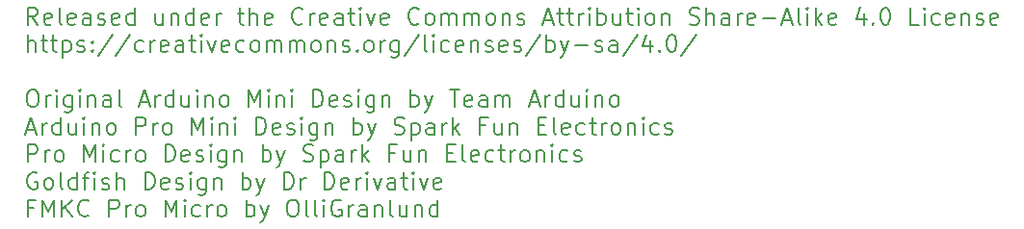
<source format=gbr>
G04 #@! TF.GenerationSoftware,KiCad,Pcbnew,(5.99.0-11424-g2f41dd4074)*
G04 #@! TF.CreationDate,2021-09-18T21:26:06+03:00*
G04 #@! TF.ProjectId,goldfish,676f6c64-6669-4736-982e-6b696361645f,C*
G04 #@! TF.SameCoordinates,Original*
G04 #@! TF.FileFunction,OtherDrawing,Comment*
%FSLAX46Y46*%
G04 Gerber Fmt 4.6, Leading zero omitted, Abs format (unit mm)*
G04 Created by KiCad (PCBNEW (5.99.0-11424-g2f41dd4074)) date 2021-09-18 21:26:06*
%MOMM*%
%LPD*%
G01*
G04 APERTURE LIST*
%ADD10C,0.200000*%
G04 APERTURE END LIST*
D10*
X16344285Y-175226071D02*
X15844285Y-174511785D01*
X15487142Y-175226071D02*
X15487142Y-173726071D01*
X16058571Y-173726071D01*
X16201428Y-173797500D01*
X16272857Y-173868928D01*
X16344285Y-174011785D01*
X16344285Y-174226071D01*
X16272857Y-174368928D01*
X16201428Y-174440357D01*
X16058571Y-174511785D01*
X15487142Y-174511785D01*
X17558571Y-175154642D02*
X17415714Y-175226071D01*
X17130000Y-175226071D01*
X16987142Y-175154642D01*
X16915714Y-175011785D01*
X16915714Y-174440357D01*
X16987142Y-174297500D01*
X17130000Y-174226071D01*
X17415714Y-174226071D01*
X17558571Y-174297500D01*
X17630000Y-174440357D01*
X17630000Y-174583214D01*
X16915714Y-174726071D01*
X18487142Y-175226071D02*
X18344285Y-175154642D01*
X18272857Y-175011785D01*
X18272857Y-173726071D01*
X19630000Y-175154642D02*
X19487142Y-175226071D01*
X19201428Y-175226071D01*
X19058571Y-175154642D01*
X18987142Y-175011785D01*
X18987142Y-174440357D01*
X19058571Y-174297500D01*
X19201428Y-174226071D01*
X19487142Y-174226071D01*
X19630000Y-174297500D01*
X19701428Y-174440357D01*
X19701428Y-174583214D01*
X18987142Y-174726071D01*
X20987142Y-175226071D02*
X20987142Y-174440357D01*
X20915714Y-174297500D01*
X20772857Y-174226071D01*
X20487142Y-174226071D01*
X20344285Y-174297500D01*
X20987142Y-175154642D02*
X20844285Y-175226071D01*
X20487142Y-175226071D01*
X20344285Y-175154642D01*
X20272857Y-175011785D01*
X20272857Y-174868928D01*
X20344285Y-174726071D01*
X20487142Y-174654642D01*
X20844285Y-174654642D01*
X20987142Y-174583214D01*
X21630000Y-175154642D02*
X21772857Y-175226071D01*
X22058571Y-175226071D01*
X22201428Y-175154642D01*
X22272857Y-175011785D01*
X22272857Y-174940357D01*
X22201428Y-174797500D01*
X22058571Y-174726071D01*
X21844285Y-174726071D01*
X21701428Y-174654642D01*
X21630000Y-174511785D01*
X21630000Y-174440357D01*
X21701428Y-174297500D01*
X21844285Y-174226071D01*
X22058571Y-174226071D01*
X22201428Y-174297500D01*
X23487142Y-175154642D02*
X23344285Y-175226071D01*
X23058571Y-175226071D01*
X22915714Y-175154642D01*
X22844285Y-175011785D01*
X22844285Y-174440357D01*
X22915714Y-174297500D01*
X23058571Y-174226071D01*
X23344285Y-174226071D01*
X23487142Y-174297500D01*
X23558571Y-174440357D01*
X23558571Y-174583214D01*
X22844285Y-174726071D01*
X24844285Y-175226071D02*
X24844285Y-173726071D01*
X24844285Y-175154642D02*
X24701428Y-175226071D01*
X24415714Y-175226071D01*
X24272857Y-175154642D01*
X24201428Y-175083214D01*
X24130000Y-174940357D01*
X24130000Y-174511785D01*
X24201428Y-174368928D01*
X24272857Y-174297500D01*
X24415714Y-174226071D01*
X24701428Y-174226071D01*
X24844285Y-174297500D01*
X27344285Y-174226071D02*
X27344285Y-175226071D01*
X26701428Y-174226071D02*
X26701428Y-175011785D01*
X26772857Y-175154642D01*
X26915714Y-175226071D01*
X27130000Y-175226071D01*
X27272857Y-175154642D01*
X27344285Y-175083214D01*
X28058571Y-174226071D02*
X28058571Y-175226071D01*
X28058571Y-174368928D02*
X28130000Y-174297500D01*
X28272857Y-174226071D01*
X28487142Y-174226071D01*
X28630000Y-174297500D01*
X28701428Y-174440357D01*
X28701428Y-175226071D01*
X30058571Y-175226071D02*
X30058571Y-173726071D01*
X30058571Y-175154642D02*
X29915714Y-175226071D01*
X29629999Y-175226071D01*
X29487142Y-175154642D01*
X29415714Y-175083214D01*
X29344285Y-174940357D01*
X29344285Y-174511785D01*
X29415714Y-174368928D01*
X29487142Y-174297500D01*
X29629999Y-174226071D01*
X29915714Y-174226071D01*
X30058571Y-174297500D01*
X31344285Y-175154642D02*
X31201428Y-175226071D01*
X30915714Y-175226071D01*
X30772857Y-175154642D01*
X30701428Y-175011785D01*
X30701428Y-174440357D01*
X30772857Y-174297500D01*
X30915714Y-174226071D01*
X31201428Y-174226071D01*
X31344285Y-174297500D01*
X31415714Y-174440357D01*
X31415714Y-174583214D01*
X30701428Y-174726071D01*
X32058571Y-175226071D02*
X32058571Y-174226071D01*
X32058571Y-174511785D02*
X32129999Y-174368928D01*
X32201428Y-174297500D01*
X32344285Y-174226071D01*
X32487142Y-174226071D01*
X33915714Y-174226071D02*
X34487142Y-174226071D01*
X34130000Y-173726071D02*
X34130000Y-175011785D01*
X34201428Y-175154642D01*
X34344285Y-175226071D01*
X34487142Y-175226071D01*
X34987142Y-175226071D02*
X34987142Y-173726071D01*
X35630000Y-175226071D02*
X35630000Y-174440357D01*
X35558571Y-174297500D01*
X35415714Y-174226071D01*
X35201428Y-174226071D01*
X35058571Y-174297500D01*
X34987142Y-174368928D01*
X36915714Y-175154642D02*
X36772857Y-175226071D01*
X36487142Y-175226071D01*
X36344285Y-175154642D01*
X36272857Y-175011785D01*
X36272857Y-174440357D01*
X36344285Y-174297500D01*
X36487142Y-174226071D01*
X36772857Y-174226071D01*
X36915714Y-174297500D01*
X36987142Y-174440357D01*
X36987142Y-174583214D01*
X36272857Y-174726071D01*
X39630000Y-175083214D02*
X39558571Y-175154642D01*
X39344285Y-175226071D01*
X39201428Y-175226071D01*
X38987142Y-175154642D01*
X38844285Y-175011785D01*
X38772857Y-174868928D01*
X38701428Y-174583214D01*
X38701428Y-174368928D01*
X38772857Y-174083214D01*
X38844285Y-173940357D01*
X38987142Y-173797500D01*
X39201428Y-173726071D01*
X39344285Y-173726071D01*
X39558571Y-173797500D01*
X39630000Y-173868928D01*
X40272857Y-175226071D02*
X40272857Y-174226071D01*
X40272857Y-174511785D02*
X40344285Y-174368928D01*
X40415714Y-174297500D01*
X40558571Y-174226071D01*
X40701428Y-174226071D01*
X41772857Y-175154642D02*
X41630000Y-175226071D01*
X41344285Y-175226071D01*
X41201428Y-175154642D01*
X41130000Y-175011785D01*
X41130000Y-174440357D01*
X41201428Y-174297500D01*
X41344285Y-174226071D01*
X41630000Y-174226071D01*
X41772857Y-174297500D01*
X41844285Y-174440357D01*
X41844285Y-174583214D01*
X41130000Y-174726071D01*
X43130000Y-175226071D02*
X43130000Y-174440357D01*
X43058571Y-174297500D01*
X42915714Y-174226071D01*
X42630000Y-174226071D01*
X42487142Y-174297500D01*
X43130000Y-175154642D02*
X42987142Y-175226071D01*
X42630000Y-175226071D01*
X42487142Y-175154642D01*
X42415714Y-175011785D01*
X42415714Y-174868928D01*
X42487142Y-174726071D01*
X42630000Y-174654642D01*
X42987142Y-174654642D01*
X43130000Y-174583214D01*
X43630000Y-174226071D02*
X44201428Y-174226071D01*
X43844285Y-173726071D02*
X43844285Y-175011785D01*
X43915714Y-175154642D01*
X44058571Y-175226071D01*
X44201428Y-175226071D01*
X44701428Y-175226071D02*
X44701428Y-174226071D01*
X44701428Y-173726071D02*
X44630000Y-173797500D01*
X44701428Y-173868928D01*
X44772857Y-173797500D01*
X44701428Y-173726071D01*
X44701428Y-173868928D01*
X45272857Y-174226071D02*
X45630000Y-175226071D01*
X45987142Y-174226071D01*
X47130000Y-175154642D02*
X46987142Y-175226071D01*
X46701428Y-175226071D01*
X46558571Y-175154642D01*
X46487142Y-175011785D01*
X46487142Y-174440357D01*
X46558571Y-174297500D01*
X46701428Y-174226071D01*
X46987142Y-174226071D01*
X47130000Y-174297500D01*
X47201428Y-174440357D01*
X47201428Y-174583214D01*
X46487142Y-174726071D01*
X49844285Y-175083214D02*
X49772857Y-175154642D01*
X49558571Y-175226071D01*
X49415714Y-175226071D01*
X49201428Y-175154642D01*
X49058571Y-175011785D01*
X48987142Y-174868928D01*
X48915714Y-174583214D01*
X48915714Y-174368928D01*
X48987142Y-174083214D01*
X49058571Y-173940357D01*
X49201428Y-173797500D01*
X49415714Y-173726071D01*
X49558571Y-173726071D01*
X49772857Y-173797500D01*
X49844285Y-173868928D01*
X50701428Y-175226071D02*
X50558571Y-175154642D01*
X50487142Y-175083214D01*
X50415714Y-174940357D01*
X50415714Y-174511785D01*
X50487142Y-174368928D01*
X50558571Y-174297500D01*
X50701428Y-174226071D01*
X50915714Y-174226071D01*
X51058571Y-174297500D01*
X51130000Y-174368928D01*
X51201428Y-174511785D01*
X51201428Y-174940357D01*
X51130000Y-175083214D01*
X51058571Y-175154642D01*
X50915714Y-175226071D01*
X50701428Y-175226071D01*
X51844285Y-175226071D02*
X51844285Y-174226071D01*
X51844285Y-174368928D02*
X51915714Y-174297500D01*
X52058571Y-174226071D01*
X52272857Y-174226071D01*
X52415714Y-174297500D01*
X52487142Y-174440357D01*
X52487142Y-175226071D01*
X52487142Y-174440357D02*
X52558571Y-174297500D01*
X52701428Y-174226071D01*
X52915714Y-174226071D01*
X53058571Y-174297500D01*
X53130000Y-174440357D01*
X53130000Y-175226071D01*
X53844285Y-175226071D02*
X53844285Y-174226071D01*
X53844285Y-174368928D02*
X53915714Y-174297500D01*
X54058571Y-174226071D01*
X54272857Y-174226071D01*
X54415714Y-174297500D01*
X54487142Y-174440357D01*
X54487142Y-175226071D01*
X54487142Y-174440357D02*
X54558571Y-174297500D01*
X54701428Y-174226071D01*
X54915714Y-174226071D01*
X55058571Y-174297500D01*
X55130000Y-174440357D01*
X55130000Y-175226071D01*
X56058571Y-175226071D02*
X55915714Y-175154642D01*
X55844285Y-175083214D01*
X55772857Y-174940357D01*
X55772857Y-174511785D01*
X55844285Y-174368928D01*
X55915714Y-174297500D01*
X56058571Y-174226071D01*
X56272857Y-174226071D01*
X56415714Y-174297500D01*
X56487142Y-174368928D01*
X56558571Y-174511785D01*
X56558571Y-174940357D01*
X56487142Y-175083214D01*
X56415714Y-175154642D01*
X56272857Y-175226071D01*
X56058571Y-175226071D01*
X57201428Y-174226071D02*
X57201428Y-175226071D01*
X57201428Y-174368928D02*
X57272857Y-174297500D01*
X57415714Y-174226071D01*
X57630000Y-174226071D01*
X57772857Y-174297500D01*
X57844285Y-174440357D01*
X57844285Y-175226071D01*
X58487142Y-175154642D02*
X58630000Y-175226071D01*
X58915714Y-175226071D01*
X59058571Y-175154642D01*
X59130000Y-175011785D01*
X59130000Y-174940357D01*
X59058571Y-174797500D01*
X58915714Y-174726071D01*
X58701428Y-174726071D01*
X58558571Y-174654642D01*
X58487142Y-174511785D01*
X58487142Y-174440357D01*
X58558571Y-174297500D01*
X58701428Y-174226071D01*
X58915714Y-174226071D01*
X59058571Y-174297500D01*
X60844285Y-174797500D02*
X61558571Y-174797500D01*
X60701428Y-175226071D02*
X61201428Y-173726071D01*
X61701428Y-175226071D01*
X61987142Y-174226071D02*
X62558571Y-174226071D01*
X62201428Y-173726071D02*
X62201428Y-175011785D01*
X62272857Y-175154642D01*
X62415714Y-175226071D01*
X62558571Y-175226071D01*
X62844285Y-174226071D02*
X63415714Y-174226071D01*
X63058571Y-173726071D02*
X63058571Y-175011785D01*
X63130000Y-175154642D01*
X63272857Y-175226071D01*
X63415714Y-175226071D01*
X63915714Y-175226071D02*
X63915714Y-174226071D01*
X63915714Y-174511785D02*
X63987142Y-174368928D01*
X64058571Y-174297500D01*
X64201428Y-174226071D01*
X64344285Y-174226071D01*
X64844285Y-175226071D02*
X64844285Y-174226071D01*
X64844285Y-173726071D02*
X64772857Y-173797500D01*
X64844285Y-173868928D01*
X64915714Y-173797500D01*
X64844285Y-173726071D01*
X64844285Y-173868928D01*
X65558571Y-175226071D02*
X65558571Y-173726071D01*
X65558571Y-174297500D02*
X65701428Y-174226071D01*
X65987142Y-174226071D01*
X66130000Y-174297500D01*
X66201428Y-174368928D01*
X66272857Y-174511785D01*
X66272857Y-174940357D01*
X66201428Y-175083214D01*
X66130000Y-175154642D01*
X65987142Y-175226071D01*
X65701428Y-175226071D01*
X65558571Y-175154642D01*
X67558571Y-174226071D02*
X67558571Y-175226071D01*
X66915714Y-174226071D02*
X66915714Y-175011785D01*
X66987142Y-175154642D01*
X67130000Y-175226071D01*
X67344285Y-175226071D01*
X67487142Y-175154642D01*
X67558571Y-175083214D01*
X68058571Y-174226071D02*
X68630000Y-174226071D01*
X68272857Y-173726071D02*
X68272857Y-175011785D01*
X68344285Y-175154642D01*
X68487142Y-175226071D01*
X68630000Y-175226071D01*
X69130000Y-175226071D02*
X69130000Y-174226071D01*
X69130000Y-173726071D02*
X69058571Y-173797500D01*
X69130000Y-173868928D01*
X69201428Y-173797500D01*
X69130000Y-173726071D01*
X69130000Y-173868928D01*
X70058571Y-175226071D02*
X69915714Y-175154642D01*
X69844285Y-175083214D01*
X69772857Y-174940357D01*
X69772857Y-174511785D01*
X69844285Y-174368928D01*
X69915714Y-174297500D01*
X70058571Y-174226071D01*
X70272857Y-174226071D01*
X70415714Y-174297500D01*
X70487142Y-174368928D01*
X70558571Y-174511785D01*
X70558571Y-174940357D01*
X70487142Y-175083214D01*
X70415714Y-175154642D01*
X70272857Y-175226071D01*
X70058571Y-175226071D01*
X71201428Y-174226071D02*
X71201428Y-175226071D01*
X71201428Y-174368928D02*
X71272857Y-174297500D01*
X71415714Y-174226071D01*
X71630000Y-174226071D01*
X71772857Y-174297500D01*
X71844285Y-174440357D01*
X71844285Y-175226071D01*
X73630000Y-175154642D02*
X73844285Y-175226071D01*
X74201428Y-175226071D01*
X74344285Y-175154642D01*
X74415714Y-175083214D01*
X74487142Y-174940357D01*
X74487142Y-174797500D01*
X74415714Y-174654642D01*
X74344285Y-174583214D01*
X74201428Y-174511785D01*
X73915714Y-174440357D01*
X73772857Y-174368928D01*
X73701428Y-174297500D01*
X73630000Y-174154642D01*
X73630000Y-174011785D01*
X73701428Y-173868928D01*
X73772857Y-173797500D01*
X73915714Y-173726071D01*
X74272857Y-173726071D01*
X74487142Y-173797500D01*
X75130000Y-175226071D02*
X75130000Y-173726071D01*
X75772857Y-175226071D02*
X75772857Y-174440357D01*
X75701428Y-174297500D01*
X75558571Y-174226071D01*
X75344285Y-174226071D01*
X75201428Y-174297500D01*
X75130000Y-174368928D01*
X77130000Y-175226071D02*
X77130000Y-174440357D01*
X77058571Y-174297500D01*
X76915714Y-174226071D01*
X76630000Y-174226071D01*
X76487142Y-174297500D01*
X77130000Y-175154642D02*
X76987142Y-175226071D01*
X76630000Y-175226071D01*
X76487142Y-175154642D01*
X76415714Y-175011785D01*
X76415714Y-174868928D01*
X76487142Y-174726071D01*
X76630000Y-174654642D01*
X76987142Y-174654642D01*
X77130000Y-174583214D01*
X77844285Y-175226071D02*
X77844285Y-174226071D01*
X77844285Y-174511785D02*
X77915714Y-174368928D01*
X77987142Y-174297500D01*
X78130000Y-174226071D01*
X78272857Y-174226071D01*
X79344285Y-175154642D02*
X79201428Y-175226071D01*
X78915714Y-175226071D01*
X78772857Y-175154642D01*
X78701428Y-175011785D01*
X78701428Y-174440357D01*
X78772857Y-174297500D01*
X78915714Y-174226071D01*
X79201428Y-174226071D01*
X79344285Y-174297500D01*
X79415714Y-174440357D01*
X79415714Y-174583214D01*
X78701428Y-174726071D01*
X80058571Y-174654642D02*
X81201428Y-174654642D01*
X81844285Y-174797500D02*
X82558571Y-174797500D01*
X81701428Y-175226071D02*
X82201428Y-173726071D01*
X82701428Y-175226071D01*
X83415714Y-175226071D02*
X83272857Y-175154642D01*
X83201428Y-175011785D01*
X83201428Y-173726071D01*
X83987142Y-175226071D02*
X83987142Y-174226071D01*
X83987142Y-173726071D02*
X83915714Y-173797500D01*
X83987142Y-173868928D01*
X84058571Y-173797500D01*
X83987142Y-173726071D01*
X83987142Y-173868928D01*
X84701428Y-175226071D02*
X84701428Y-173726071D01*
X84844285Y-174654642D02*
X85272857Y-175226071D01*
X85272857Y-174226071D02*
X84701428Y-174797500D01*
X86487142Y-175154642D02*
X86344285Y-175226071D01*
X86058571Y-175226071D01*
X85915714Y-175154642D01*
X85844285Y-175011785D01*
X85844285Y-174440357D01*
X85915714Y-174297500D01*
X86058571Y-174226071D01*
X86344285Y-174226071D01*
X86487142Y-174297500D01*
X86558571Y-174440357D01*
X86558571Y-174583214D01*
X85844285Y-174726071D01*
X88987142Y-174226071D02*
X88987142Y-175226071D01*
X88630000Y-173654642D02*
X88272857Y-174726071D01*
X89201428Y-174726071D01*
X89772857Y-175083214D02*
X89844285Y-175154642D01*
X89772857Y-175226071D01*
X89701428Y-175154642D01*
X89772857Y-175083214D01*
X89772857Y-175226071D01*
X90772857Y-173726071D02*
X90915714Y-173726071D01*
X91058571Y-173797500D01*
X91130000Y-173868928D01*
X91201428Y-174011785D01*
X91272857Y-174297500D01*
X91272857Y-174654642D01*
X91201428Y-174940357D01*
X91130000Y-175083214D01*
X91058571Y-175154642D01*
X90915714Y-175226071D01*
X90772857Y-175226071D01*
X90630000Y-175154642D01*
X90558571Y-175083214D01*
X90487142Y-174940357D01*
X90415714Y-174654642D01*
X90415714Y-174297500D01*
X90487142Y-174011785D01*
X90558571Y-173868928D01*
X90630000Y-173797500D01*
X90772857Y-173726071D01*
X93772857Y-175226071D02*
X93058571Y-175226071D01*
X93058571Y-173726071D01*
X94272857Y-175226071D02*
X94272857Y-174226071D01*
X94272857Y-173726071D02*
X94201428Y-173797500D01*
X94272857Y-173868928D01*
X94344285Y-173797500D01*
X94272857Y-173726071D01*
X94272857Y-173868928D01*
X95630000Y-175154642D02*
X95487142Y-175226071D01*
X95201428Y-175226071D01*
X95058571Y-175154642D01*
X94987142Y-175083214D01*
X94915714Y-174940357D01*
X94915714Y-174511785D01*
X94987142Y-174368928D01*
X95058571Y-174297500D01*
X95201428Y-174226071D01*
X95487142Y-174226071D01*
X95630000Y-174297500D01*
X96844285Y-175154642D02*
X96701428Y-175226071D01*
X96415714Y-175226071D01*
X96272857Y-175154642D01*
X96201428Y-175011785D01*
X96201428Y-174440357D01*
X96272857Y-174297500D01*
X96415714Y-174226071D01*
X96701428Y-174226071D01*
X96844285Y-174297500D01*
X96915714Y-174440357D01*
X96915714Y-174583214D01*
X96201428Y-174726071D01*
X97558571Y-174226071D02*
X97558571Y-175226071D01*
X97558571Y-174368928D02*
X97630000Y-174297500D01*
X97772857Y-174226071D01*
X97987142Y-174226071D01*
X98130000Y-174297500D01*
X98201428Y-174440357D01*
X98201428Y-175226071D01*
X98844285Y-175154642D02*
X98987142Y-175226071D01*
X99272857Y-175226071D01*
X99415714Y-175154642D01*
X99487142Y-175011785D01*
X99487142Y-174940357D01*
X99415714Y-174797500D01*
X99272857Y-174726071D01*
X99058571Y-174726071D01*
X98915714Y-174654642D01*
X98844285Y-174511785D01*
X98844285Y-174440357D01*
X98915714Y-174297500D01*
X99058571Y-174226071D01*
X99272857Y-174226071D01*
X99415714Y-174297500D01*
X100701428Y-175154642D02*
X100558571Y-175226071D01*
X100272857Y-175226071D01*
X100130000Y-175154642D01*
X100058571Y-175011785D01*
X100058571Y-174440357D01*
X100130000Y-174297500D01*
X100272857Y-174226071D01*
X100558571Y-174226071D01*
X100701428Y-174297500D01*
X100772857Y-174440357D01*
X100772857Y-174583214D01*
X100058571Y-174726071D01*
X15487142Y-177641071D02*
X15487142Y-176141071D01*
X16130000Y-177641071D02*
X16130000Y-176855357D01*
X16058571Y-176712500D01*
X15915714Y-176641071D01*
X15701428Y-176641071D01*
X15558571Y-176712500D01*
X15487142Y-176783928D01*
X16630000Y-176641071D02*
X17201428Y-176641071D01*
X16844285Y-176141071D02*
X16844285Y-177426785D01*
X16915714Y-177569642D01*
X17058571Y-177641071D01*
X17201428Y-177641071D01*
X17487142Y-176641071D02*
X18058571Y-176641071D01*
X17701428Y-176141071D02*
X17701428Y-177426785D01*
X17772857Y-177569642D01*
X17915714Y-177641071D01*
X18058571Y-177641071D01*
X18558571Y-176641071D02*
X18558571Y-178141071D01*
X18558571Y-176712500D02*
X18701428Y-176641071D01*
X18987142Y-176641071D01*
X19130000Y-176712500D01*
X19201428Y-176783928D01*
X19272857Y-176926785D01*
X19272857Y-177355357D01*
X19201428Y-177498214D01*
X19130000Y-177569642D01*
X18987142Y-177641071D01*
X18701428Y-177641071D01*
X18558571Y-177569642D01*
X19844285Y-177569642D02*
X19987142Y-177641071D01*
X20272857Y-177641071D01*
X20415714Y-177569642D01*
X20487142Y-177426785D01*
X20487142Y-177355357D01*
X20415714Y-177212500D01*
X20272857Y-177141071D01*
X20058571Y-177141071D01*
X19915714Y-177069642D01*
X19844285Y-176926785D01*
X19844285Y-176855357D01*
X19915714Y-176712500D01*
X20058571Y-176641071D01*
X20272857Y-176641071D01*
X20415714Y-176712500D01*
X21130000Y-177498214D02*
X21201428Y-177569642D01*
X21130000Y-177641071D01*
X21058571Y-177569642D01*
X21130000Y-177498214D01*
X21130000Y-177641071D01*
X21130000Y-176712500D02*
X21201428Y-176783928D01*
X21130000Y-176855357D01*
X21058571Y-176783928D01*
X21130000Y-176712500D01*
X21130000Y-176855357D01*
X22915714Y-176069642D02*
X21630000Y-177998214D01*
X24487142Y-176069642D02*
X23201428Y-177998214D01*
X25630000Y-177569642D02*
X25487142Y-177641071D01*
X25201428Y-177641071D01*
X25058571Y-177569642D01*
X24987142Y-177498214D01*
X24915714Y-177355357D01*
X24915714Y-176926785D01*
X24987142Y-176783928D01*
X25058571Y-176712500D01*
X25201428Y-176641071D01*
X25487142Y-176641071D01*
X25630000Y-176712500D01*
X26272857Y-177641071D02*
X26272857Y-176641071D01*
X26272857Y-176926785D02*
X26344285Y-176783928D01*
X26415714Y-176712500D01*
X26558571Y-176641071D01*
X26701428Y-176641071D01*
X27772857Y-177569642D02*
X27630000Y-177641071D01*
X27344285Y-177641071D01*
X27201428Y-177569642D01*
X27130000Y-177426785D01*
X27130000Y-176855357D01*
X27201428Y-176712500D01*
X27344285Y-176641071D01*
X27630000Y-176641071D01*
X27772857Y-176712500D01*
X27844285Y-176855357D01*
X27844285Y-176998214D01*
X27130000Y-177141071D01*
X29130000Y-177641071D02*
X29130000Y-176855357D01*
X29058571Y-176712500D01*
X28915714Y-176641071D01*
X28630000Y-176641071D01*
X28487142Y-176712500D01*
X29130000Y-177569642D02*
X28987142Y-177641071D01*
X28630000Y-177641071D01*
X28487142Y-177569642D01*
X28415714Y-177426785D01*
X28415714Y-177283928D01*
X28487142Y-177141071D01*
X28630000Y-177069642D01*
X28987142Y-177069642D01*
X29130000Y-176998214D01*
X29630000Y-176641071D02*
X30201428Y-176641071D01*
X29844285Y-176141071D02*
X29844285Y-177426785D01*
X29915714Y-177569642D01*
X30058571Y-177641071D01*
X30201428Y-177641071D01*
X30701428Y-177641071D02*
X30701428Y-176641071D01*
X30701428Y-176141071D02*
X30630000Y-176212500D01*
X30701428Y-176283928D01*
X30772857Y-176212500D01*
X30701428Y-176141071D01*
X30701428Y-176283928D01*
X31272857Y-176641071D02*
X31630000Y-177641071D01*
X31987142Y-176641071D01*
X33130000Y-177569642D02*
X32987142Y-177641071D01*
X32701428Y-177641071D01*
X32558571Y-177569642D01*
X32487142Y-177426785D01*
X32487142Y-176855357D01*
X32558571Y-176712500D01*
X32701428Y-176641071D01*
X32987142Y-176641071D01*
X33130000Y-176712500D01*
X33201428Y-176855357D01*
X33201428Y-176998214D01*
X32487142Y-177141071D01*
X34487142Y-177569642D02*
X34344285Y-177641071D01*
X34058571Y-177641071D01*
X33915714Y-177569642D01*
X33844285Y-177498214D01*
X33772857Y-177355357D01*
X33772857Y-176926785D01*
X33844285Y-176783928D01*
X33915714Y-176712500D01*
X34058571Y-176641071D01*
X34344285Y-176641071D01*
X34487142Y-176712500D01*
X35344285Y-177641071D02*
X35201428Y-177569642D01*
X35130000Y-177498214D01*
X35058571Y-177355357D01*
X35058571Y-176926785D01*
X35130000Y-176783928D01*
X35201428Y-176712500D01*
X35344285Y-176641071D01*
X35558571Y-176641071D01*
X35701428Y-176712500D01*
X35772857Y-176783928D01*
X35844285Y-176926785D01*
X35844285Y-177355357D01*
X35772857Y-177498214D01*
X35701428Y-177569642D01*
X35558571Y-177641071D01*
X35344285Y-177641071D01*
X36487142Y-177641071D02*
X36487142Y-176641071D01*
X36487142Y-176783928D02*
X36558571Y-176712500D01*
X36701428Y-176641071D01*
X36915714Y-176641071D01*
X37058571Y-176712500D01*
X37130000Y-176855357D01*
X37130000Y-177641071D01*
X37130000Y-176855357D02*
X37201428Y-176712500D01*
X37344285Y-176641071D01*
X37558571Y-176641071D01*
X37701428Y-176712500D01*
X37772857Y-176855357D01*
X37772857Y-177641071D01*
X38487142Y-177641071D02*
X38487142Y-176641071D01*
X38487142Y-176783928D02*
X38558571Y-176712500D01*
X38701428Y-176641071D01*
X38915714Y-176641071D01*
X39058571Y-176712500D01*
X39130000Y-176855357D01*
X39130000Y-177641071D01*
X39130000Y-176855357D02*
X39201428Y-176712500D01*
X39344285Y-176641071D01*
X39558571Y-176641071D01*
X39701428Y-176712500D01*
X39772857Y-176855357D01*
X39772857Y-177641071D01*
X40701428Y-177641071D02*
X40558571Y-177569642D01*
X40487142Y-177498214D01*
X40415714Y-177355357D01*
X40415714Y-176926785D01*
X40487142Y-176783928D01*
X40558571Y-176712500D01*
X40701428Y-176641071D01*
X40915714Y-176641071D01*
X41058571Y-176712500D01*
X41130000Y-176783928D01*
X41201428Y-176926785D01*
X41201428Y-177355357D01*
X41130000Y-177498214D01*
X41058571Y-177569642D01*
X40915714Y-177641071D01*
X40701428Y-177641071D01*
X41844285Y-176641071D02*
X41844285Y-177641071D01*
X41844285Y-176783928D02*
X41915714Y-176712500D01*
X42058571Y-176641071D01*
X42272857Y-176641071D01*
X42415714Y-176712500D01*
X42487142Y-176855357D01*
X42487142Y-177641071D01*
X43130000Y-177569642D02*
X43272857Y-177641071D01*
X43558571Y-177641071D01*
X43701428Y-177569642D01*
X43772857Y-177426785D01*
X43772857Y-177355357D01*
X43701428Y-177212500D01*
X43558571Y-177141071D01*
X43344285Y-177141071D01*
X43201428Y-177069642D01*
X43130000Y-176926785D01*
X43130000Y-176855357D01*
X43201428Y-176712500D01*
X43344285Y-176641071D01*
X43558571Y-176641071D01*
X43701428Y-176712500D01*
X44415714Y-177498214D02*
X44487142Y-177569642D01*
X44415714Y-177641071D01*
X44344285Y-177569642D01*
X44415714Y-177498214D01*
X44415714Y-177641071D01*
X45344285Y-177641071D02*
X45201428Y-177569642D01*
X45130000Y-177498214D01*
X45058571Y-177355357D01*
X45058571Y-176926785D01*
X45130000Y-176783928D01*
X45201428Y-176712500D01*
X45344285Y-176641071D01*
X45558571Y-176641071D01*
X45701428Y-176712500D01*
X45772857Y-176783928D01*
X45844285Y-176926785D01*
X45844285Y-177355357D01*
X45772857Y-177498214D01*
X45701428Y-177569642D01*
X45558571Y-177641071D01*
X45344285Y-177641071D01*
X46487142Y-177641071D02*
X46487142Y-176641071D01*
X46487142Y-176926785D02*
X46558571Y-176783928D01*
X46630000Y-176712500D01*
X46772857Y-176641071D01*
X46915714Y-176641071D01*
X48058571Y-176641071D02*
X48058571Y-177855357D01*
X47987142Y-177998214D01*
X47915714Y-178069642D01*
X47772857Y-178141071D01*
X47558571Y-178141071D01*
X47415714Y-178069642D01*
X48058571Y-177569642D02*
X47915714Y-177641071D01*
X47630000Y-177641071D01*
X47487142Y-177569642D01*
X47415714Y-177498214D01*
X47344285Y-177355357D01*
X47344285Y-176926785D01*
X47415714Y-176783928D01*
X47487142Y-176712500D01*
X47630000Y-176641071D01*
X47915714Y-176641071D01*
X48058571Y-176712500D01*
X49844285Y-176069642D02*
X48558571Y-177998214D01*
X50558571Y-177641071D02*
X50415714Y-177569642D01*
X50344285Y-177426785D01*
X50344285Y-176141071D01*
X51130000Y-177641071D02*
X51130000Y-176641071D01*
X51130000Y-176141071D02*
X51058571Y-176212500D01*
X51130000Y-176283928D01*
X51201428Y-176212500D01*
X51130000Y-176141071D01*
X51130000Y-176283928D01*
X52487142Y-177569642D02*
X52344285Y-177641071D01*
X52058571Y-177641071D01*
X51915714Y-177569642D01*
X51844285Y-177498214D01*
X51772857Y-177355357D01*
X51772857Y-176926785D01*
X51844285Y-176783928D01*
X51915714Y-176712500D01*
X52058571Y-176641071D01*
X52344285Y-176641071D01*
X52487142Y-176712500D01*
X53701428Y-177569642D02*
X53558571Y-177641071D01*
X53272857Y-177641071D01*
X53130000Y-177569642D01*
X53058571Y-177426785D01*
X53058571Y-176855357D01*
X53130000Y-176712500D01*
X53272857Y-176641071D01*
X53558571Y-176641071D01*
X53701428Y-176712500D01*
X53772857Y-176855357D01*
X53772857Y-176998214D01*
X53058571Y-177141071D01*
X54415714Y-176641071D02*
X54415714Y-177641071D01*
X54415714Y-176783928D02*
X54487142Y-176712500D01*
X54630000Y-176641071D01*
X54844285Y-176641071D01*
X54987142Y-176712500D01*
X55058571Y-176855357D01*
X55058571Y-177641071D01*
X55701428Y-177569642D02*
X55844285Y-177641071D01*
X56130000Y-177641071D01*
X56272857Y-177569642D01*
X56344285Y-177426785D01*
X56344285Y-177355357D01*
X56272857Y-177212500D01*
X56130000Y-177141071D01*
X55915714Y-177141071D01*
X55772857Y-177069642D01*
X55701428Y-176926785D01*
X55701428Y-176855357D01*
X55772857Y-176712500D01*
X55915714Y-176641071D01*
X56130000Y-176641071D01*
X56272857Y-176712500D01*
X57558571Y-177569642D02*
X57415714Y-177641071D01*
X57130000Y-177641071D01*
X56987142Y-177569642D01*
X56915714Y-177426785D01*
X56915714Y-176855357D01*
X56987142Y-176712500D01*
X57130000Y-176641071D01*
X57415714Y-176641071D01*
X57558571Y-176712500D01*
X57630000Y-176855357D01*
X57630000Y-176998214D01*
X56915714Y-177141071D01*
X58201428Y-177569642D02*
X58344285Y-177641071D01*
X58630000Y-177641071D01*
X58772857Y-177569642D01*
X58844285Y-177426785D01*
X58844285Y-177355357D01*
X58772857Y-177212500D01*
X58630000Y-177141071D01*
X58415714Y-177141071D01*
X58272857Y-177069642D01*
X58201428Y-176926785D01*
X58201428Y-176855357D01*
X58272857Y-176712500D01*
X58415714Y-176641071D01*
X58630000Y-176641071D01*
X58772857Y-176712500D01*
X60558571Y-176069642D02*
X59272857Y-177998214D01*
X61058571Y-177641071D02*
X61058571Y-176141071D01*
X61058571Y-176712500D02*
X61201428Y-176641071D01*
X61487142Y-176641071D01*
X61630000Y-176712500D01*
X61701428Y-176783928D01*
X61772857Y-176926785D01*
X61772857Y-177355357D01*
X61701428Y-177498214D01*
X61630000Y-177569642D01*
X61487142Y-177641071D01*
X61201428Y-177641071D01*
X61058571Y-177569642D01*
X62272857Y-176641071D02*
X62630000Y-177641071D01*
X62987142Y-176641071D02*
X62630000Y-177641071D01*
X62487142Y-177998214D01*
X62415714Y-178069642D01*
X62272857Y-178141071D01*
X63558571Y-177069642D02*
X64701428Y-177069642D01*
X65344285Y-177569642D02*
X65487142Y-177641071D01*
X65772857Y-177641071D01*
X65915714Y-177569642D01*
X65987142Y-177426785D01*
X65987142Y-177355357D01*
X65915714Y-177212500D01*
X65772857Y-177141071D01*
X65558571Y-177141071D01*
X65415714Y-177069642D01*
X65344285Y-176926785D01*
X65344285Y-176855357D01*
X65415714Y-176712500D01*
X65558571Y-176641071D01*
X65772857Y-176641071D01*
X65915714Y-176712500D01*
X67272857Y-177641071D02*
X67272857Y-176855357D01*
X67201428Y-176712500D01*
X67058571Y-176641071D01*
X66772857Y-176641071D01*
X66630000Y-176712500D01*
X67272857Y-177569642D02*
X67130000Y-177641071D01*
X66772857Y-177641071D01*
X66630000Y-177569642D01*
X66558571Y-177426785D01*
X66558571Y-177283928D01*
X66630000Y-177141071D01*
X66772857Y-177069642D01*
X67130000Y-177069642D01*
X67272857Y-176998214D01*
X69058571Y-176069642D02*
X67772857Y-177998214D01*
X70201428Y-176641071D02*
X70201428Y-177641071D01*
X69844285Y-176069642D02*
X69487142Y-177141071D01*
X70415714Y-177141071D01*
X70987142Y-177498214D02*
X71058571Y-177569642D01*
X70987142Y-177641071D01*
X70915714Y-177569642D01*
X70987142Y-177498214D01*
X70987142Y-177641071D01*
X71987142Y-176141071D02*
X72130000Y-176141071D01*
X72272857Y-176212500D01*
X72344285Y-176283928D01*
X72415714Y-176426785D01*
X72487142Y-176712500D01*
X72487142Y-177069642D01*
X72415714Y-177355357D01*
X72344285Y-177498214D01*
X72272857Y-177569642D01*
X72130000Y-177641071D01*
X71987142Y-177641071D01*
X71844285Y-177569642D01*
X71772857Y-177498214D01*
X71701428Y-177355357D01*
X71630000Y-177069642D01*
X71630000Y-176712500D01*
X71701428Y-176426785D01*
X71772857Y-176283928D01*
X71844285Y-176212500D01*
X71987142Y-176141071D01*
X74201428Y-176069642D02*
X72915714Y-177998214D01*
X15772857Y-180971071D02*
X16058571Y-180971071D01*
X16201428Y-181042500D01*
X16344285Y-181185357D01*
X16415714Y-181471071D01*
X16415714Y-181971071D01*
X16344285Y-182256785D01*
X16201428Y-182399642D01*
X16058571Y-182471071D01*
X15772857Y-182471071D01*
X15630000Y-182399642D01*
X15487142Y-182256785D01*
X15415714Y-181971071D01*
X15415714Y-181471071D01*
X15487142Y-181185357D01*
X15630000Y-181042500D01*
X15772857Y-180971071D01*
X17058571Y-182471071D02*
X17058571Y-181471071D01*
X17058571Y-181756785D02*
X17130000Y-181613928D01*
X17201428Y-181542500D01*
X17344285Y-181471071D01*
X17487142Y-181471071D01*
X17987142Y-182471071D02*
X17987142Y-181471071D01*
X17987142Y-180971071D02*
X17915714Y-181042500D01*
X17987142Y-181113928D01*
X18058571Y-181042500D01*
X17987142Y-180971071D01*
X17987142Y-181113928D01*
X19344285Y-181471071D02*
X19344285Y-182685357D01*
X19272857Y-182828214D01*
X19201428Y-182899642D01*
X19058571Y-182971071D01*
X18844285Y-182971071D01*
X18701428Y-182899642D01*
X19344285Y-182399642D02*
X19201428Y-182471071D01*
X18915714Y-182471071D01*
X18772857Y-182399642D01*
X18701428Y-182328214D01*
X18630000Y-182185357D01*
X18630000Y-181756785D01*
X18701428Y-181613928D01*
X18772857Y-181542500D01*
X18915714Y-181471071D01*
X19201428Y-181471071D01*
X19344285Y-181542500D01*
X20058571Y-182471071D02*
X20058571Y-181471071D01*
X20058571Y-180971071D02*
X19987142Y-181042500D01*
X20058571Y-181113928D01*
X20130000Y-181042500D01*
X20058571Y-180971071D01*
X20058571Y-181113928D01*
X20772857Y-181471071D02*
X20772857Y-182471071D01*
X20772857Y-181613928D02*
X20844285Y-181542500D01*
X20987142Y-181471071D01*
X21201428Y-181471071D01*
X21344285Y-181542500D01*
X21415714Y-181685357D01*
X21415714Y-182471071D01*
X22772857Y-182471071D02*
X22772857Y-181685357D01*
X22701428Y-181542500D01*
X22558571Y-181471071D01*
X22272857Y-181471071D01*
X22130000Y-181542500D01*
X22772857Y-182399642D02*
X22630000Y-182471071D01*
X22272857Y-182471071D01*
X22130000Y-182399642D01*
X22058571Y-182256785D01*
X22058571Y-182113928D01*
X22130000Y-181971071D01*
X22272857Y-181899642D01*
X22630000Y-181899642D01*
X22772857Y-181828214D01*
X23701428Y-182471071D02*
X23558571Y-182399642D01*
X23487142Y-182256785D01*
X23487142Y-180971071D01*
X25344285Y-182042500D02*
X26058571Y-182042500D01*
X25201428Y-182471071D02*
X25701428Y-180971071D01*
X26201428Y-182471071D01*
X26701428Y-182471071D02*
X26701428Y-181471071D01*
X26701428Y-181756785D02*
X26772857Y-181613928D01*
X26844285Y-181542500D01*
X26987142Y-181471071D01*
X27130000Y-181471071D01*
X28272857Y-182471071D02*
X28272857Y-180971071D01*
X28272857Y-182399642D02*
X28130000Y-182471071D01*
X27844285Y-182471071D01*
X27701428Y-182399642D01*
X27630000Y-182328214D01*
X27558571Y-182185357D01*
X27558571Y-181756785D01*
X27630000Y-181613928D01*
X27701428Y-181542500D01*
X27844285Y-181471071D01*
X28130000Y-181471071D01*
X28272857Y-181542500D01*
X29630000Y-181471071D02*
X29630000Y-182471071D01*
X28987142Y-181471071D02*
X28987142Y-182256785D01*
X29058571Y-182399642D01*
X29201428Y-182471071D01*
X29415714Y-182471071D01*
X29558571Y-182399642D01*
X29630000Y-182328214D01*
X30344285Y-182471071D02*
X30344285Y-181471071D01*
X30344285Y-180971071D02*
X30272857Y-181042500D01*
X30344285Y-181113928D01*
X30415714Y-181042500D01*
X30344285Y-180971071D01*
X30344285Y-181113928D01*
X31058571Y-181471071D02*
X31058571Y-182471071D01*
X31058571Y-181613928D02*
X31130000Y-181542500D01*
X31272857Y-181471071D01*
X31487142Y-181471071D01*
X31630000Y-181542500D01*
X31701428Y-181685357D01*
X31701428Y-182471071D01*
X32630000Y-182471071D02*
X32487142Y-182399642D01*
X32415714Y-182328214D01*
X32344285Y-182185357D01*
X32344285Y-181756785D01*
X32415714Y-181613928D01*
X32487142Y-181542500D01*
X32630000Y-181471071D01*
X32844285Y-181471071D01*
X32987142Y-181542500D01*
X33058571Y-181613928D01*
X33130000Y-181756785D01*
X33130000Y-182185357D01*
X33058571Y-182328214D01*
X32987142Y-182399642D01*
X32844285Y-182471071D01*
X32630000Y-182471071D01*
X34915714Y-182471071D02*
X34915714Y-180971071D01*
X35415714Y-182042500D01*
X35915714Y-180971071D01*
X35915714Y-182471071D01*
X36630000Y-182471071D02*
X36630000Y-181471071D01*
X36630000Y-180971071D02*
X36558571Y-181042500D01*
X36630000Y-181113928D01*
X36701428Y-181042500D01*
X36630000Y-180971071D01*
X36630000Y-181113928D01*
X37344285Y-181471071D02*
X37344285Y-182471071D01*
X37344285Y-181613928D02*
X37415714Y-181542500D01*
X37558571Y-181471071D01*
X37772857Y-181471071D01*
X37915714Y-181542500D01*
X37987142Y-181685357D01*
X37987142Y-182471071D01*
X38701428Y-182471071D02*
X38701428Y-181471071D01*
X38701428Y-180971071D02*
X38630000Y-181042500D01*
X38701428Y-181113928D01*
X38772857Y-181042500D01*
X38701428Y-180971071D01*
X38701428Y-181113928D01*
X40558571Y-182471071D02*
X40558571Y-180971071D01*
X40915714Y-180971071D01*
X41130000Y-181042500D01*
X41272857Y-181185357D01*
X41344285Y-181328214D01*
X41415714Y-181613928D01*
X41415714Y-181828214D01*
X41344285Y-182113928D01*
X41272857Y-182256785D01*
X41130000Y-182399642D01*
X40915714Y-182471071D01*
X40558571Y-182471071D01*
X42630000Y-182399642D02*
X42487142Y-182471071D01*
X42201428Y-182471071D01*
X42058571Y-182399642D01*
X41987142Y-182256785D01*
X41987142Y-181685357D01*
X42058571Y-181542500D01*
X42201428Y-181471071D01*
X42487142Y-181471071D01*
X42630000Y-181542500D01*
X42701428Y-181685357D01*
X42701428Y-181828214D01*
X41987142Y-181971071D01*
X43272857Y-182399642D02*
X43415714Y-182471071D01*
X43701428Y-182471071D01*
X43844285Y-182399642D01*
X43915714Y-182256785D01*
X43915714Y-182185357D01*
X43844285Y-182042500D01*
X43701428Y-181971071D01*
X43487142Y-181971071D01*
X43344285Y-181899642D01*
X43272857Y-181756785D01*
X43272857Y-181685357D01*
X43344285Y-181542500D01*
X43487142Y-181471071D01*
X43701428Y-181471071D01*
X43844285Y-181542500D01*
X44558571Y-182471071D02*
X44558571Y-181471071D01*
X44558571Y-180971071D02*
X44487142Y-181042500D01*
X44558571Y-181113928D01*
X44630000Y-181042500D01*
X44558571Y-180971071D01*
X44558571Y-181113928D01*
X45915714Y-181471071D02*
X45915714Y-182685357D01*
X45844285Y-182828214D01*
X45772857Y-182899642D01*
X45629999Y-182971071D01*
X45415714Y-182971071D01*
X45272857Y-182899642D01*
X45915714Y-182399642D02*
X45772857Y-182471071D01*
X45487142Y-182471071D01*
X45344285Y-182399642D01*
X45272857Y-182328214D01*
X45201428Y-182185357D01*
X45201428Y-181756785D01*
X45272857Y-181613928D01*
X45344285Y-181542500D01*
X45487142Y-181471071D01*
X45772857Y-181471071D01*
X45915714Y-181542500D01*
X46630000Y-181471071D02*
X46630000Y-182471071D01*
X46630000Y-181613928D02*
X46701428Y-181542500D01*
X46844285Y-181471071D01*
X47058571Y-181471071D01*
X47201428Y-181542500D01*
X47272857Y-181685357D01*
X47272857Y-182471071D01*
X49130000Y-182471071D02*
X49130000Y-180971071D01*
X49130000Y-181542500D02*
X49272857Y-181471071D01*
X49558571Y-181471071D01*
X49701428Y-181542500D01*
X49772857Y-181613928D01*
X49844285Y-181756785D01*
X49844285Y-182185357D01*
X49772857Y-182328214D01*
X49701428Y-182399642D01*
X49558571Y-182471071D01*
X49272857Y-182471071D01*
X49130000Y-182399642D01*
X50344285Y-181471071D02*
X50701428Y-182471071D01*
X51058571Y-181471071D02*
X50701428Y-182471071D01*
X50558571Y-182828214D01*
X50487142Y-182899642D01*
X50344285Y-182971071D01*
X52558571Y-180971071D02*
X53415714Y-180971071D01*
X52987142Y-182471071D02*
X52987142Y-180971071D01*
X54487142Y-182399642D02*
X54344285Y-182471071D01*
X54058571Y-182471071D01*
X53915714Y-182399642D01*
X53844285Y-182256785D01*
X53844285Y-181685357D01*
X53915714Y-181542500D01*
X54058571Y-181471071D01*
X54344285Y-181471071D01*
X54487142Y-181542500D01*
X54558571Y-181685357D01*
X54558571Y-181828214D01*
X53844285Y-181971071D01*
X55844285Y-182471071D02*
X55844285Y-181685357D01*
X55772857Y-181542500D01*
X55629999Y-181471071D01*
X55344285Y-181471071D01*
X55201428Y-181542500D01*
X55844285Y-182399642D02*
X55701428Y-182471071D01*
X55344285Y-182471071D01*
X55201428Y-182399642D01*
X55129999Y-182256785D01*
X55129999Y-182113928D01*
X55201428Y-181971071D01*
X55344285Y-181899642D01*
X55701428Y-181899642D01*
X55844285Y-181828214D01*
X56558571Y-182471071D02*
X56558571Y-181471071D01*
X56558571Y-181613928D02*
X56629999Y-181542500D01*
X56772857Y-181471071D01*
X56987142Y-181471071D01*
X57129999Y-181542500D01*
X57201428Y-181685357D01*
X57201428Y-182471071D01*
X57201428Y-181685357D02*
X57272857Y-181542500D01*
X57415714Y-181471071D01*
X57629999Y-181471071D01*
X57772857Y-181542500D01*
X57844285Y-181685357D01*
X57844285Y-182471071D01*
X59629999Y-182042500D02*
X60344285Y-182042500D01*
X59487142Y-182471071D02*
X59987142Y-180971071D01*
X60487142Y-182471071D01*
X60987142Y-182471071D02*
X60987142Y-181471071D01*
X60987142Y-181756785D02*
X61058571Y-181613928D01*
X61129999Y-181542500D01*
X61272857Y-181471071D01*
X61415714Y-181471071D01*
X62558571Y-182471071D02*
X62558571Y-180971071D01*
X62558571Y-182399642D02*
X62415714Y-182471071D01*
X62129999Y-182471071D01*
X61987142Y-182399642D01*
X61915714Y-182328214D01*
X61844285Y-182185357D01*
X61844285Y-181756785D01*
X61915714Y-181613928D01*
X61987142Y-181542500D01*
X62129999Y-181471071D01*
X62415714Y-181471071D01*
X62558571Y-181542500D01*
X63915714Y-181471071D02*
X63915714Y-182471071D01*
X63272857Y-181471071D02*
X63272857Y-182256785D01*
X63344285Y-182399642D01*
X63487142Y-182471071D01*
X63701428Y-182471071D01*
X63844285Y-182399642D01*
X63915714Y-182328214D01*
X64629999Y-182471071D02*
X64629999Y-181471071D01*
X64629999Y-180971071D02*
X64558571Y-181042500D01*
X64629999Y-181113928D01*
X64701428Y-181042500D01*
X64629999Y-180971071D01*
X64629999Y-181113928D01*
X65344285Y-181471071D02*
X65344285Y-182471071D01*
X65344285Y-181613928D02*
X65415714Y-181542500D01*
X65558571Y-181471071D01*
X65772857Y-181471071D01*
X65915714Y-181542500D01*
X65987142Y-181685357D01*
X65987142Y-182471071D01*
X66915714Y-182471071D02*
X66772857Y-182399642D01*
X66701428Y-182328214D01*
X66629999Y-182185357D01*
X66629999Y-181756785D01*
X66701428Y-181613928D01*
X66772857Y-181542500D01*
X66915714Y-181471071D01*
X67130000Y-181471071D01*
X67272857Y-181542500D01*
X67344285Y-181613928D01*
X67415714Y-181756785D01*
X67415714Y-182185357D01*
X67344285Y-182328214D01*
X67272857Y-182399642D01*
X67130000Y-182471071D01*
X66915714Y-182471071D01*
X15415714Y-184457500D02*
X16130000Y-184457500D01*
X15272857Y-184886071D02*
X15772857Y-183386071D01*
X16272857Y-184886071D01*
X16772857Y-184886071D02*
X16772857Y-183886071D01*
X16772857Y-184171785D02*
X16844285Y-184028928D01*
X16915714Y-183957500D01*
X17058571Y-183886071D01*
X17201428Y-183886071D01*
X18344285Y-184886071D02*
X18344285Y-183386071D01*
X18344285Y-184814642D02*
X18201428Y-184886071D01*
X17915714Y-184886071D01*
X17772857Y-184814642D01*
X17701428Y-184743214D01*
X17630000Y-184600357D01*
X17630000Y-184171785D01*
X17701428Y-184028928D01*
X17772857Y-183957500D01*
X17915714Y-183886071D01*
X18201428Y-183886071D01*
X18344285Y-183957500D01*
X19701428Y-183886071D02*
X19701428Y-184886071D01*
X19058571Y-183886071D02*
X19058571Y-184671785D01*
X19130000Y-184814642D01*
X19272857Y-184886071D01*
X19487142Y-184886071D01*
X19630000Y-184814642D01*
X19701428Y-184743214D01*
X20415714Y-184886071D02*
X20415714Y-183886071D01*
X20415714Y-183386071D02*
X20344285Y-183457500D01*
X20415714Y-183528928D01*
X20487142Y-183457500D01*
X20415714Y-183386071D01*
X20415714Y-183528928D01*
X21130000Y-183886071D02*
X21130000Y-184886071D01*
X21130000Y-184028928D02*
X21201428Y-183957500D01*
X21344285Y-183886071D01*
X21558571Y-183886071D01*
X21701428Y-183957500D01*
X21772857Y-184100357D01*
X21772857Y-184886071D01*
X22701428Y-184886071D02*
X22558571Y-184814642D01*
X22487142Y-184743214D01*
X22415714Y-184600357D01*
X22415714Y-184171785D01*
X22487142Y-184028928D01*
X22558571Y-183957500D01*
X22701428Y-183886071D01*
X22915714Y-183886071D01*
X23058571Y-183957500D01*
X23130000Y-184028928D01*
X23201428Y-184171785D01*
X23201428Y-184600357D01*
X23130000Y-184743214D01*
X23058571Y-184814642D01*
X22915714Y-184886071D01*
X22701428Y-184886071D01*
X24987142Y-184886071D02*
X24987142Y-183386071D01*
X25558571Y-183386071D01*
X25701428Y-183457500D01*
X25772857Y-183528928D01*
X25844285Y-183671785D01*
X25844285Y-183886071D01*
X25772857Y-184028928D01*
X25701428Y-184100357D01*
X25558571Y-184171785D01*
X24987142Y-184171785D01*
X26487142Y-184886071D02*
X26487142Y-183886071D01*
X26487142Y-184171785D02*
X26558571Y-184028928D01*
X26630000Y-183957500D01*
X26772857Y-183886071D01*
X26915714Y-183886071D01*
X27630000Y-184886071D02*
X27487142Y-184814642D01*
X27415714Y-184743214D01*
X27344285Y-184600357D01*
X27344285Y-184171785D01*
X27415714Y-184028928D01*
X27487142Y-183957500D01*
X27630000Y-183886071D01*
X27844285Y-183886071D01*
X27987142Y-183957500D01*
X28058571Y-184028928D01*
X28130000Y-184171785D01*
X28130000Y-184600357D01*
X28058571Y-184743214D01*
X27987142Y-184814642D01*
X27844285Y-184886071D01*
X27630000Y-184886071D01*
X29915714Y-184886071D02*
X29915714Y-183386071D01*
X30415714Y-184457500D01*
X30915714Y-183386071D01*
X30915714Y-184886071D01*
X31630000Y-184886071D02*
X31630000Y-183886071D01*
X31630000Y-183386071D02*
X31558571Y-183457500D01*
X31630000Y-183528928D01*
X31701428Y-183457500D01*
X31630000Y-183386071D01*
X31630000Y-183528928D01*
X32344285Y-183886071D02*
X32344285Y-184886071D01*
X32344285Y-184028928D02*
X32415714Y-183957500D01*
X32558571Y-183886071D01*
X32772857Y-183886071D01*
X32915714Y-183957500D01*
X32987142Y-184100357D01*
X32987142Y-184886071D01*
X33701428Y-184886071D02*
X33701428Y-183886071D01*
X33701428Y-183386071D02*
X33630000Y-183457500D01*
X33701428Y-183528928D01*
X33772857Y-183457500D01*
X33701428Y-183386071D01*
X33701428Y-183528928D01*
X35558571Y-184886071D02*
X35558571Y-183386071D01*
X35915714Y-183386071D01*
X36130000Y-183457500D01*
X36272857Y-183600357D01*
X36344285Y-183743214D01*
X36415714Y-184028928D01*
X36415714Y-184243214D01*
X36344285Y-184528928D01*
X36272857Y-184671785D01*
X36130000Y-184814642D01*
X35915714Y-184886071D01*
X35558571Y-184886071D01*
X37630000Y-184814642D02*
X37487142Y-184886071D01*
X37201428Y-184886071D01*
X37058571Y-184814642D01*
X36987142Y-184671785D01*
X36987142Y-184100357D01*
X37058571Y-183957500D01*
X37201428Y-183886071D01*
X37487142Y-183886071D01*
X37630000Y-183957500D01*
X37701428Y-184100357D01*
X37701428Y-184243214D01*
X36987142Y-184386071D01*
X38272857Y-184814642D02*
X38415714Y-184886071D01*
X38701428Y-184886071D01*
X38844285Y-184814642D01*
X38915714Y-184671785D01*
X38915714Y-184600357D01*
X38844285Y-184457500D01*
X38701428Y-184386071D01*
X38487142Y-184386071D01*
X38344285Y-184314642D01*
X38272857Y-184171785D01*
X38272857Y-184100357D01*
X38344285Y-183957500D01*
X38487142Y-183886071D01*
X38701428Y-183886071D01*
X38844285Y-183957500D01*
X39558571Y-184886071D02*
X39558571Y-183886071D01*
X39558571Y-183386071D02*
X39487142Y-183457500D01*
X39558571Y-183528928D01*
X39630000Y-183457500D01*
X39558571Y-183386071D01*
X39558571Y-183528928D01*
X40915714Y-183886071D02*
X40915714Y-185100357D01*
X40844285Y-185243214D01*
X40772857Y-185314642D01*
X40630000Y-185386071D01*
X40415714Y-185386071D01*
X40272857Y-185314642D01*
X40915714Y-184814642D02*
X40772857Y-184886071D01*
X40487142Y-184886071D01*
X40344285Y-184814642D01*
X40272857Y-184743214D01*
X40201428Y-184600357D01*
X40201428Y-184171785D01*
X40272857Y-184028928D01*
X40344285Y-183957500D01*
X40487142Y-183886071D01*
X40772857Y-183886071D01*
X40915714Y-183957500D01*
X41630000Y-183886071D02*
X41630000Y-184886071D01*
X41630000Y-184028928D02*
X41701428Y-183957500D01*
X41844285Y-183886071D01*
X42058571Y-183886071D01*
X42201428Y-183957500D01*
X42272857Y-184100357D01*
X42272857Y-184886071D01*
X44130000Y-184886071D02*
X44130000Y-183386071D01*
X44130000Y-183957500D02*
X44272857Y-183886071D01*
X44558571Y-183886071D01*
X44701428Y-183957500D01*
X44772857Y-184028928D01*
X44844285Y-184171785D01*
X44844285Y-184600357D01*
X44772857Y-184743214D01*
X44701428Y-184814642D01*
X44558571Y-184886071D01*
X44272857Y-184886071D01*
X44130000Y-184814642D01*
X45344285Y-183886071D02*
X45701428Y-184886071D01*
X46058571Y-183886071D02*
X45701428Y-184886071D01*
X45558571Y-185243214D01*
X45487142Y-185314642D01*
X45344285Y-185386071D01*
X47701428Y-184814642D02*
X47915714Y-184886071D01*
X48272857Y-184886071D01*
X48415714Y-184814642D01*
X48487142Y-184743214D01*
X48558571Y-184600357D01*
X48558571Y-184457500D01*
X48487142Y-184314642D01*
X48415714Y-184243214D01*
X48272857Y-184171785D01*
X47987142Y-184100357D01*
X47844285Y-184028928D01*
X47772857Y-183957500D01*
X47701428Y-183814642D01*
X47701428Y-183671785D01*
X47772857Y-183528928D01*
X47844285Y-183457500D01*
X47987142Y-183386071D01*
X48344285Y-183386071D01*
X48558571Y-183457500D01*
X49201428Y-183886071D02*
X49201428Y-185386071D01*
X49201428Y-183957500D02*
X49344285Y-183886071D01*
X49629999Y-183886071D01*
X49772857Y-183957500D01*
X49844285Y-184028928D01*
X49915714Y-184171785D01*
X49915714Y-184600357D01*
X49844285Y-184743214D01*
X49772857Y-184814642D01*
X49629999Y-184886071D01*
X49344285Y-184886071D01*
X49201428Y-184814642D01*
X51201428Y-184886071D02*
X51201428Y-184100357D01*
X51129999Y-183957500D01*
X50987142Y-183886071D01*
X50701428Y-183886071D01*
X50558571Y-183957500D01*
X51201428Y-184814642D02*
X51058571Y-184886071D01*
X50701428Y-184886071D01*
X50558571Y-184814642D01*
X50487142Y-184671785D01*
X50487142Y-184528928D01*
X50558571Y-184386071D01*
X50701428Y-184314642D01*
X51058571Y-184314642D01*
X51201428Y-184243214D01*
X51915714Y-184886071D02*
X51915714Y-183886071D01*
X51915714Y-184171785D02*
X51987142Y-184028928D01*
X52058571Y-183957500D01*
X52201428Y-183886071D01*
X52344285Y-183886071D01*
X52844285Y-184886071D02*
X52844285Y-183386071D01*
X52987142Y-184314642D02*
X53415714Y-184886071D01*
X53415714Y-183886071D02*
X52844285Y-184457500D01*
X55701428Y-184100357D02*
X55201428Y-184100357D01*
X55201428Y-184886071D02*
X55201428Y-183386071D01*
X55915714Y-183386071D01*
X57129999Y-183886071D02*
X57129999Y-184886071D01*
X56487142Y-183886071D02*
X56487142Y-184671785D01*
X56558571Y-184814642D01*
X56701428Y-184886071D01*
X56915714Y-184886071D01*
X57058571Y-184814642D01*
X57129999Y-184743214D01*
X57844285Y-183886071D02*
X57844285Y-184886071D01*
X57844285Y-184028928D02*
X57915714Y-183957500D01*
X58058571Y-183886071D01*
X58272857Y-183886071D01*
X58415714Y-183957500D01*
X58487142Y-184100357D01*
X58487142Y-184886071D01*
X60344285Y-184100357D02*
X60844285Y-184100357D01*
X61058571Y-184886071D02*
X60344285Y-184886071D01*
X60344285Y-183386071D01*
X61058571Y-183386071D01*
X61915714Y-184886071D02*
X61772857Y-184814642D01*
X61701428Y-184671785D01*
X61701428Y-183386071D01*
X63058571Y-184814642D02*
X62915714Y-184886071D01*
X62629999Y-184886071D01*
X62487142Y-184814642D01*
X62415714Y-184671785D01*
X62415714Y-184100357D01*
X62487142Y-183957500D01*
X62629999Y-183886071D01*
X62915714Y-183886071D01*
X63058571Y-183957500D01*
X63129999Y-184100357D01*
X63129999Y-184243214D01*
X62415714Y-184386071D01*
X64415714Y-184814642D02*
X64272857Y-184886071D01*
X63987142Y-184886071D01*
X63844285Y-184814642D01*
X63772857Y-184743214D01*
X63701428Y-184600357D01*
X63701428Y-184171785D01*
X63772857Y-184028928D01*
X63844285Y-183957500D01*
X63987142Y-183886071D01*
X64272857Y-183886071D01*
X64415714Y-183957500D01*
X64844285Y-183886071D02*
X65415714Y-183886071D01*
X65058571Y-183386071D02*
X65058571Y-184671785D01*
X65129999Y-184814642D01*
X65272857Y-184886071D01*
X65415714Y-184886071D01*
X65915714Y-184886071D02*
X65915714Y-183886071D01*
X65915714Y-184171785D02*
X65987142Y-184028928D01*
X66058571Y-183957500D01*
X66201428Y-183886071D01*
X66344285Y-183886071D01*
X67058571Y-184886071D02*
X66915714Y-184814642D01*
X66844285Y-184743214D01*
X66772857Y-184600357D01*
X66772857Y-184171785D01*
X66844285Y-184028928D01*
X66915714Y-183957500D01*
X67058571Y-183886071D01*
X67272857Y-183886071D01*
X67415714Y-183957500D01*
X67487142Y-184028928D01*
X67558571Y-184171785D01*
X67558571Y-184600357D01*
X67487142Y-184743214D01*
X67415714Y-184814642D01*
X67272857Y-184886071D01*
X67058571Y-184886071D01*
X68201428Y-183886071D02*
X68201428Y-184886071D01*
X68201428Y-184028928D02*
X68272857Y-183957500D01*
X68415714Y-183886071D01*
X68629999Y-183886071D01*
X68772857Y-183957500D01*
X68844285Y-184100357D01*
X68844285Y-184886071D01*
X69558571Y-184886071D02*
X69558571Y-183886071D01*
X69558571Y-183386071D02*
X69487142Y-183457500D01*
X69558571Y-183528928D01*
X69629999Y-183457500D01*
X69558571Y-183386071D01*
X69558571Y-183528928D01*
X70915714Y-184814642D02*
X70772857Y-184886071D01*
X70487142Y-184886071D01*
X70344285Y-184814642D01*
X70272857Y-184743214D01*
X70201428Y-184600357D01*
X70201428Y-184171785D01*
X70272857Y-184028928D01*
X70344285Y-183957500D01*
X70487142Y-183886071D01*
X70772857Y-183886071D01*
X70915714Y-183957500D01*
X71487142Y-184814642D02*
X71629999Y-184886071D01*
X71915714Y-184886071D01*
X72058571Y-184814642D01*
X72129999Y-184671785D01*
X72129999Y-184600357D01*
X72058571Y-184457500D01*
X71915714Y-184386071D01*
X71701428Y-184386071D01*
X71558571Y-184314642D01*
X71487142Y-184171785D01*
X71487142Y-184100357D01*
X71558571Y-183957500D01*
X71701428Y-183886071D01*
X71915714Y-183886071D01*
X72058571Y-183957500D01*
X15487142Y-187301071D02*
X15487142Y-185801071D01*
X16058571Y-185801071D01*
X16201428Y-185872500D01*
X16272857Y-185943928D01*
X16344285Y-186086785D01*
X16344285Y-186301071D01*
X16272857Y-186443928D01*
X16201428Y-186515357D01*
X16058571Y-186586785D01*
X15487142Y-186586785D01*
X16987142Y-187301071D02*
X16987142Y-186301071D01*
X16987142Y-186586785D02*
X17058571Y-186443928D01*
X17130000Y-186372500D01*
X17272857Y-186301071D01*
X17415714Y-186301071D01*
X18130000Y-187301071D02*
X17987142Y-187229642D01*
X17915714Y-187158214D01*
X17844285Y-187015357D01*
X17844285Y-186586785D01*
X17915714Y-186443928D01*
X17987142Y-186372500D01*
X18130000Y-186301071D01*
X18344285Y-186301071D01*
X18487142Y-186372500D01*
X18558571Y-186443928D01*
X18630000Y-186586785D01*
X18630000Y-187015357D01*
X18558571Y-187158214D01*
X18487142Y-187229642D01*
X18344285Y-187301071D01*
X18130000Y-187301071D01*
X20415714Y-187301071D02*
X20415714Y-185801071D01*
X20915714Y-186872500D01*
X21415714Y-185801071D01*
X21415714Y-187301071D01*
X22130000Y-187301071D02*
X22130000Y-186301071D01*
X22130000Y-185801071D02*
X22058571Y-185872500D01*
X22130000Y-185943928D01*
X22201428Y-185872500D01*
X22130000Y-185801071D01*
X22130000Y-185943928D01*
X23487142Y-187229642D02*
X23344285Y-187301071D01*
X23058571Y-187301071D01*
X22915714Y-187229642D01*
X22844285Y-187158214D01*
X22772857Y-187015357D01*
X22772857Y-186586785D01*
X22844285Y-186443928D01*
X22915714Y-186372500D01*
X23058571Y-186301071D01*
X23344285Y-186301071D01*
X23487142Y-186372500D01*
X24130000Y-187301071D02*
X24130000Y-186301071D01*
X24130000Y-186586785D02*
X24201428Y-186443928D01*
X24272857Y-186372500D01*
X24415714Y-186301071D01*
X24558571Y-186301071D01*
X25272857Y-187301071D02*
X25130000Y-187229642D01*
X25058571Y-187158214D01*
X24987142Y-187015357D01*
X24987142Y-186586785D01*
X25058571Y-186443928D01*
X25130000Y-186372500D01*
X25272857Y-186301071D01*
X25487142Y-186301071D01*
X25630000Y-186372500D01*
X25701428Y-186443928D01*
X25772857Y-186586785D01*
X25772857Y-187015357D01*
X25701428Y-187158214D01*
X25630000Y-187229642D01*
X25487142Y-187301071D01*
X25272857Y-187301071D01*
X27558571Y-187301071D02*
X27558571Y-185801071D01*
X27915714Y-185801071D01*
X28130000Y-185872500D01*
X28272857Y-186015357D01*
X28344285Y-186158214D01*
X28415714Y-186443928D01*
X28415714Y-186658214D01*
X28344285Y-186943928D01*
X28272857Y-187086785D01*
X28130000Y-187229642D01*
X27915714Y-187301071D01*
X27558571Y-187301071D01*
X29630000Y-187229642D02*
X29487142Y-187301071D01*
X29201428Y-187301071D01*
X29058571Y-187229642D01*
X28987142Y-187086785D01*
X28987142Y-186515357D01*
X29058571Y-186372500D01*
X29201428Y-186301071D01*
X29487142Y-186301071D01*
X29630000Y-186372500D01*
X29701428Y-186515357D01*
X29701428Y-186658214D01*
X28987142Y-186801071D01*
X30272857Y-187229642D02*
X30415714Y-187301071D01*
X30701428Y-187301071D01*
X30844285Y-187229642D01*
X30915714Y-187086785D01*
X30915714Y-187015357D01*
X30844285Y-186872500D01*
X30701428Y-186801071D01*
X30487142Y-186801071D01*
X30344285Y-186729642D01*
X30272857Y-186586785D01*
X30272857Y-186515357D01*
X30344285Y-186372500D01*
X30487142Y-186301071D01*
X30701428Y-186301071D01*
X30844285Y-186372500D01*
X31558571Y-187301071D02*
X31558571Y-186301071D01*
X31558571Y-185801071D02*
X31487142Y-185872500D01*
X31558571Y-185943928D01*
X31630000Y-185872500D01*
X31558571Y-185801071D01*
X31558571Y-185943928D01*
X32915714Y-186301071D02*
X32915714Y-187515357D01*
X32844285Y-187658214D01*
X32772857Y-187729642D01*
X32629999Y-187801071D01*
X32415714Y-187801071D01*
X32272857Y-187729642D01*
X32915714Y-187229642D02*
X32772857Y-187301071D01*
X32487142Y-187301071D01*
X32344285Y-187229642D01*
X32272857Y-187158214D01*
X32201428Y-187015357D01*
X32201428Y-186586785D01*
X32272857Y-186443928D01*
X32344285Y-186372500D01*
X32487142Y-186301071D01*
X32772857Y-186301071D01*
X32915714Y-186372500D01*
X33630000Y-186301071D02*
X33630000Y-187301071D01*
X33630000Y-186443928D02*
X33701428Y-186372500D01*
X33844285Y-186301071D01*
X34058571Y-186301071D01*
X34201428Y-186372500D01*
X34272857Y-186515357D01*
X34272857Y-187301071D01*
X36130000Y-187301071D02*
X36130000Y-185801071D01*
X36130000Y-186372500D02*
X36272857Y-186301071D01*
X36558571Y-186301071D01*
X36701428Y-186372500D01*
X36772857Y-186443928D01*
X36844285Y-186586785D01*
X36844285Y-187015357D01*
X36772857Y-187158214D01*
X36701428Y-187229642D01*
X36558571Y-187301071D01*
X36272857Y-187301071D01*
X36130000Y-187229642D01*
X37344285Y-186301071D02*
X37701428Y-187301071D01*
X38058571Y-186301071D02*
X37701428Y-187301071D01*
X37558571Y-187658214D01*
X37487142Y-187729642D01*
X37344285Y-187801071D01*
X39701428Y-187229642D02*
X39915714Y-187301071D01*
X40272857Y-187301071D01*
X40415714Y-187229642D01*
X40487142Y-187158214D01*
X40558571Y-187015357D01*
X40558571Y-186872500D01*
X40487142Y-186729642D01*
X40415714Y-186658214D01*
X40272857Y-186586785D01*
X39987142Y-186515357D01*
X39844285Y-186443928D01*
X39772857Y-186372500D01*
X39701428Y-186229642D01*
X39701428Y-186086785D01*
X39772857Y-185943928D01*
X39844285Y-185872500D01*
X39987142Y-185801071D01*
X40344285Y-185801071D01*
X40558571Y-185872500D01*
X41201428Y-186301071D02*
X41201428Y-187801071D01*
X41201428Y-186372500D02*
X41344285Y-186301071D01*
X41630000Y-186301071D01*
X41772857Y-186372500D01*
X41844285Y-186443928D01*
X41915714Y-186586785D01*
X41915714Y-187015357D01*
X41844285Y-187158214D01*
X41772857Y-187229642D01*
X41630000Y-187301071D01*
X41344285Y-187301071D01*
X41201428Y-187229642D01*
X43201428Y-187301071D02*
X43201428Y-186515357D01*
X43130000Y-186372500D01*
X42987142Y-186301071D01*
X42701428Y-186301071D01*
X42558571Y-186372500D01*
X43201428Y-187229642D02*
X43058571Y-187301071D01*
X42701428Y-187301071D01*
X42558571Y-187229642D01*
X42487142Y-187086785D01*
X42487142Y-186943928D01*
X42558571Y-186801071D01*
X42701428Y-186729642D01*
X43058571Y-186729642D01*
X43201428Y-186658214D01*
X43915714Y-187301071D02*
X43915714Y-186301071D01*
X43915714Y-186586785D02*
X43987142Y-186443928D01*
X44058571Y-186372500D01*
X44201428Y-186301071D01*
X44344285Y-186301071D01*
X44844285Y-187301071D02*
X44844285Y-185801071D01*
X44987142Y-186729642D02*
X45415714Y-187301071D01*
X45415714Y-186301071D02*
X44844285Y-186872500D01*
X47701428Y-186515357D02*
X47201428Y-186515357D01*
X47201428Y-187301071D02*
X47201428Y-185801071D01*
X47915714Y-185801071D01*
X49130000Y-186301071D02*
X49130000Y-187301071D01*
X48487142Y-186301071D02*
X48487142Y-187086785D01*
X48558571Y-187229642D01*
X48701428Y-187301071D01*
X48915714Y-187301071D01*
X49058571Y-187229642D01*
X49130000Y-187158214D01*
X49844285Y-186301071D02*
X49844285Y-187301071D01*
X49844285Y-186443928D02*
X49915714Y-186372500D01*
X50058571Y-186301071D01*
X50272857Y-186301071D01*
X50415714Y-186372500D01*
X50487142Y-186515357D01*
X50487142Y-187301071D01*
X52344285Y-186515357D02*
X52844285Y-186515357D01*
X53058571Y-187301071D02*
X52344285Y-187301071D01*
X52344285Y-185801071D01*
X53058571Y-185801071D01*
X53915714Y-187301071D02*
X53772857Y-187229642D01*
X53701428Y-187086785D01*
X53701428Y-185801071D01*
X55058571Y-187229642D02*
X54915714Y-187301071D01*
X54630000Y-187301071D01*
X54487142Y-187229642D01*
X54415714Y-187086785D01*
X54415714Y-186515357D01*
X54487142Y-186372500D01*
X54630000Y-186301071D01*
X54915714Y-186301071D01*
X55058571Y-186372500D01*
X55130000Y-186515357D01*
X55130000Y-186658214D01*
X54415714Y-186801071D01*
X56415714Y-187229642D02*
X56272857Y-187301071D01*
X55987142Y-187301071D01*
X55844285Y-187229642D01*
X55772857Y-187158214D01*
X55701428Y-187015357D01*
X55701428Y-186586785D01*
X55772857Y-186443928D01*
X55844285Y-186372500D01*
X55987142Y-186301071D01*
X56272857Y-186301071D01*
X56415714Y-186372500D01*
X56844285Y-186301071D02*
X57415714Y-186301071D01*
X57058571Y-185801071D02*
X57058571Y-187086785D01*
X57129999Y-187229642D01*
X57272857Y-187301071D01*
X57415714Y-187301071D01*
X57915714Y-187301071D02*
X57915714Y-186301071D01*
X57915714Y-186586785D02*
X57987142Y-186443928D01*
X58058571Y-186372500D01*
X58201428Y-186301071D01*
X58344285Y-186301071D01*
X59058571Y-187301071D02*
X58915714Y-187229642D01*
X58844285Y-187158214D01*
X58772857Y-187015357D01*
X58772857Y-186586785D01*
X58844285Y-186443928D01*
X58915714Y-186372500D01*
X59058571Y-186301071D01*
X59272857Y-186301071D01*
X59415714Y-186372500D01*
X59487142Y-186443928D01*
X59558571Y-186586785D01*
X59558571Y-187015357D01*
X59487142Y-187158214D01*
X59415714Y-187229642D01*
X59272857Y-187301071D01*
X59058571Y-187301071D01*
X60201428Y-186301071D02*
X60201428Y-187301071D01*
X60201428Y-186443928D02*
X60272857Y-186372500D01*
X60415714Y-186301071D01*
X60629999Y-186301071D01*
X60772857Y-186372500D01*
X60844285Y-186515357D01*
X60844285Y-187301071D01*
X61558571Y-187301071D02*
X61558571Y-186301071D01*
X61558571Y-185801071D02*
X61487142Y-185872500D01*
X61558571Y-185943928D01*
X61629999Y-185872500D01*
X61558571Y-185801071D01*
X61558571Y-185943928D01*
X62915714Y-187229642D02*
X62772857Y-187301071D01*
X62487142Y-187301071D01*
X62344285Y-187229642D01*
X62272857Y-187158214D01*
X62201428Y-187015357D01*
X62201428Y-186586785D01*
X62272857Y-186443928D01*
X62344285Y-186372500D01*
X62487142Y-186301071D01*
X62772857Y-186301071D01*
X62915714Y-186372500D01*
X63487142Y-187229642D02*
X63629999Y-187301071D01*
X63915714Y-187301071D01*
X64058571Y-187229642D01*
X64129999Y-187086785D01*
X64129999Y-187015357D01*
X64058571Y-186872500D01*
X63915714Y-186801071D01*
X63701428Y-186801071D01*
X63558571Y-186729642D01*
X63487142Y-186586785D01*
X63487142Y-186515357D01*
X63558571Y-186372500D01*
X63701428Y-186301071D01*
X63915714Y-186301071D01*
X64058571Y-186372500D01*
X16272857Y-188287500D02*
X16130000Y-188216071D01*
X15915714Y-188216071D01*
X15701428Y-188287500D01*
X15558571Y-188430357D01*
X15487142Y-188573214D01*
X15415714Y-188858928D01*
X15415714Y-189073214D01*
X15487142Y-189358928D01*
X15558571Y-189501785D01*
X15701428Y-189644642D01*
X15915714Y-189716071D01*
X16058571Y-189716071D01*
X16272857Y-189644642D01*
X16344285Y-189573214D01*
X16344285Y-189073214D01*
X16058571Y-189073214D01*
X17201428Y-189716071D02*
X17058571Y-189644642D01*
X16987142Y-189573214D01*
X16915714Y-189430357D01*
X16915714Y-189001785D01*
X16987142Y-188858928D01*
X17058571Y-188787500D01*
X17201428Y-188716071D01*
X17415714Y-188716071D01*
X17558571Y-188787500D01*
X17630000Y-188858928D01*
X17701428Y-189001785D01*
X17701428Y-189430357D01*
X17630000Y-189573214D01*
X17558571Y-189644642D01*
X17415714Y-189716071D01*
X17201428Y-189716071D01*
X18558571Y-189716071D02*
X18415714Y-189644642D01*
X18344285Y-189501785D01*
X18344285Y-188216071D01*
X19772857Y-189716071D02*
X19772857Y-188216071D01*
X19772857Y-189644642D02*
X19630000Y-189716071D01*
X19344285Y-189716071D01*
X19201428Y-189644642D01*
X19130000Y-189573214D01*
X19058571Y-189430357D01*
X19058571Y-189001785D01*
X19130000Y-188858928D01*
X19201428Y-188787500D01*
X19344285Y-188716071D01*
X19630000Y-188716071D01*
X19772857Y-188787500D01*
X20272857Y-188716071D02*
X20844285Y-188716071D01*
X20487142Y-189716071D02*
X20487142Y-188430357D01*
X20558571Y-188287500D01*
X20701428Y-188216071D01*
X20844285Y-188216071D01*
X21344285Y-189716071D02*
X21344285Y-188716071D01*
X21344285Y-188216071D02*
X21272857Y-188287500D01*
X21344285Y-188358928D01*
X21415714Y-188287500D01*
X21344285Y-188216071D01*
X21344285Y-188358928D01*
X21987142Y-189644642D02*
X22130000Y-189716071D01*
X22415714Y-189716071D01*
X22558571Y-189644642D01*
X22630000Y-189501785D01*
X22630000Y-189430357D01*
X22558571Y-189287500D01*
X22415714Y-189216071D01*
X22201428Y-189216071D01*
X22058571Y-189144642D01*
X21987142Y-189001785D01*
X21987142Y-188930357D01*
X22058571Y-188787500D01*
X22201428Y-188716071D01*
X22415714Y-188716071D01*
X22558571Y-188787500D01*
X23272857Y-189716071D02*
X23272857Y-188216071D01*
X23915714Y-189716071D02*
X23915714Y-188930357D01*
X23844285Y-188787500D01*
X23701428Y-188716071D01*
X23487142Y-188716071D01*
X23344285Y-188787500D01*
X23272857Y-188858928D01*
X25772857Y-189716071D02*
X25772857Y-188216071D01*
X26130000Y-188216071D01*
X26344285Y-188287500D01*
X26487142Y-188430357D01*
X26558571Y-188573214D01*
X26630000Y-188858928D01*
X26630000Y-189073214D01*
X26558571Y-189358928D01*
X26487142Y-189501785D01*
X26344285Y-189644642D01*
X26130000Y-189716071D01*
X25772857Y-189716071D01*
X27844285Y-189644642D02*
X27701428Y-189716071D01*
X27415714Y-189716071D01*
X27272857Y-189644642D01*
X27201428Y-189501785D01*
X27201428Y-188930357D01*
X27272857Y-188787500D01*
X27415714Y-188716071D01*
X27701428Y-188716071D01*
X27844285Y-188787500D01*
X27915714Y-188930357D01*
X27915714Y-189073214D01*
X27201428Y-189216071D01*
X28487142Y-189644642D02*
X28630000Y-189716071D01*
X28915714Y-189716071D01*
X29058571Y-189644642D01*
X29130000Y-189501785D01*
X29130000Y-189430357D01*
X29058571Y-189287500D01*
X28915714Y-189216071D01*
X28701428Y-189216071D01*
X28558571Y-189144642D01*
X28487142Y-189001785D01*
X28487142Y-188930357D01*
X28558571Y-188787500D01*
X28701428Y-188716071D01*
X28915714Y-188716071D01*
X29058571Y-188787500D01*
X29772857Y-189716071D02*
X29772857Y-188716071D01*
X29772857Y-188216071D02*
X29701428Y-188287500D01*
X29772857Y-188358928D01*
X29844285Y-188287500D01*
X29772857Y-188216071D01*
X29772857Y-188358928D01*
X31130000Y-188716071D02*
X31130000Y-189930357D01*
X31058571Y-190073214D01*
X30987142Y-190144642D01*
X30844285Y-190216071D01*
X30630000Y-190216071D01*
X30487142Y-190144642D01*
X31130000Y-189644642D02*
X30987142Y-189716071D01*
X30701428Y-189716071D01*
X30558571Y-189644642D01*
X30487142Y-189573214D01*
X30415714Y-189430357D01*
X30415714Y-189001785D01*
X30487142Y-188858928D01*
X30558571Y-188787500D01*
X30701428Y-188716071D01*
X30987142Y-188716071D01*
X31130000Y-188787500D01*
X31844285Y-188716071D02*
X31844285Y-189716071D01*
X31844285Y-188858928D02*
X31915714Y-188787500D01*
X32058571Y-188716071D01*
X32272857Y-188716071D01*
X32415714Y-188787500D01*
X32487142Y-188930357D01*
X32487142Y-189716071D01*
X34344285Y-189716071D02*
X34344285Y-188216071D01*
X34344285Y-188787500D02*
X34487142Y-188716071D01*
X34772857Y-188716071D01*
X34915714Y-188787500D01*
X34987142Y-188858928D01*
X35058571Y-189001785D01*
X35058571Y-189430357D01*
X34987142Y-189573214D01*
X34915714Y-189644642D01*
X34772857Y-189716071D01*
X34487142Y-189716071D01*
X34344285Y-189644642D01*
X35558571Y-188716071D02*
X35915714Y-189716071D01*
X36272857Y-188716071D02*
X35915714Y-189716071D01*
X35772857Y-190073214D01*
X35701428Y-190144642D01*
X35558571Y-190216071D01*
X37987142Y-189716071D02*
X37987142Y-188216071D01*
X38344285Y-188216071D01*
X38558571Y-188287500D01*
X38701428Y-188430357D01*
X38772857Y-188573214D01*
X38844285Y-188858928D01*
X38844285Y-189073214D01*
X38772857Y-189358928D01*
X38701428Y-189501785D01*
X38558571Y-189644642D01*
X38344285Y-189716071D01*
X37987142Y-189716071D01*
X39487142Y-189716071D02*
X39487142Y-188716071D01*
X39487142Y-189001785D02*
X39558571Y-188858928D01*
X39630000Y-188787500D01*
X39772857Y-188716071D01*
X39915714Y-188716071D01*
X41558571Y-189716071D02*
X41558571Y-188216071D01*
X41915714Y-188216071D01*
X42130000Y-188287500D01*
X42272857Y-188430357D01*
X42344285Y-188573214D01*
X42415714Y-188858928D01*
X42415714Y-189073214D01*
X42344285Y-189358928D01*
X42272857Y-189501785D01*
X42130000Y-189644642D01*
X41915714Y-189716071D01*
X41558571Y-189716071D01*
X43630000Y-189644642D02*
X43487142Y-189716071D01*
X43201428Y-189716071D01*
X43058571Y-189644642D01*
X42987142Y-189501785D01*
X42987142Y-188930357D01*
X43058571Y-188787500D01*
X43201428Y-188716071D01*
X43487142Y-188716071D01*
X43630000Y-188787500D01*
X43701428Y-188930357D01*
X43701428Y-189073214D01*
X42987142Y-189216071D01*
X44344285Y-189716071D02*
X44344285Y-188716071D01*
X44344285Y-189001785D02*
X44415714Y-188858928D01*
X44487142Y-188787500D01*
X44630000Y-188716071D01*
X44772857Y-188716071D01*
X45272857Y-189716071D02*
X45272857Y-188716071D01*
X45272857Y-188216071D02*
X45201428Y-188287500D01*
X45272857Y-188358928D01*
X45344285Y-188287500D01*
X45272857Y-188216071D01*
X45272857Y-188358928D01*
X45844285Y-188716071D02*
X46201428Y-189716071D01*
X46558571Y-188716071D01*
X47772857Y-189716071D02*
X47772857Y-188930357D01*
X47701428Y-188787500D01*
X47558571Y-188716071D01*
X47272857Y-188716071D01*
X47130000Y-188787500D01*
X47772857Y-189644642D02*
X47630000Y-189716071D01*
X47272857Y-189716071D01*
X47130000Y-189644642D01*
X47058571Y-189501785D01*
X47058571Y-189358928D01*
X47130000Y-189216071D01*
X47272857Y-189144642D01*
X47630000Y-189144642D01*
X47772857Y-189073214D01*
X48272857Y-188716071D02*
X48844285Y-188716071D01*
X48487142Y-188216071D02*
X48487142Y-189501785D01*
X48558571Y-189644642D01*
X48701428Y-189716071D01*
X48844285Y-189716071D01*
X49344285Y-189716071D02*
X49344285Y-188716071D01*
X49344285Y-188216071D02*
X49272857Y-188287500D01*
X49344285Y-188358928D01*
X49415714Y-188287500D01*
X49344285Y-188216071D01*
X49344285Y-188358928D01*
X49915714Y-188716071D02*
X50272857Y-189716071D01*
X50630000Y-188716071D01*
X51772857Y-189644642D02*
X51630000Y-189716071D01*
X51344285Y-189716071D01*
X51201428Y-189644642D01*
X51130000Y-189501785D01*
X51130000Y-188930357D01*
X51201428Y-188787500D01*
X51344285Y-188716071D01*
X51630000Y-188716071D01*
X51772857Y-188787500D01*
X51844285Y-188930357D01*
X51844285Y-189073214D01*
X51130000Y-189216071D01*
X15987142Y-191345357D02*
X15487142Y-191345357D01*
X15487142Y-192131071D02*
X15487142Y-190631071D01*
X16201428Y-190631071D01*
X16772857Y-192131071D02*
X16772857Y-190631071D01*
X17272857Y-191702500D01*
X17772857Y-190631071D01*
X17772857Y-192131071D01*
X18487142Y-192131071D02*
X18487142Y-190631071D01*
X19344285Y-192131071D02*
X18701428Y-191273928D01*
X19344285Y-190631071D02*
X18487142Y-191488214D01*
X20844285Y-191988214D02*
X20772857Y-192059642D01*
X20558571Y-192131071D01*
X20415714Y-192131071D01*
X20201428Y-192059642D01*
X20058571Y-191916785D01*
X19987142Y-191773928D01*
X19915714Y-191488214D01*
X19915714Y-191273928D01*
X19987142Y-190988214D01*
X20058571Y-190845357D01*
X20201428Y-190702500D01*
X20415714Y-190631071D01*
X20558571Y-190631071D01*
X20772857Y-190702500D01*
X20844285Y-190773928D01*
X22630000Y-192131071D02*
X22630000Y-190631071D01*
X23201428Y-190631071D01*
X23344285Y-190702500D01*
X23415714Y-190773928D01*
X23487142Y-190916785D01*
X23487142Y-191131071D01*
X23415714Y-191273928D01*
X23344285Y-191345357D01*
X23201428Y-191416785D01*
X22630000Y-191416785D01*
X24130000Y-192131071D02*
X24130000Y-191131071D01*
X24130000Y-191416785D02*
X24201428Y-191273928D01*
X24272857Y-191202500D01*
X24415714Y-191131071D01*
X24558571Y-191131071D01*
X25272857Y-192131071D02*
X25130000Y-192059642D01*
X25058571Y-191988214D01*
X24987142Y-191845357D01*
X24987142Y-191416785D01*
X25058571Y-191273928D01*
X25130000Y-191202500D01*
X25272857Y-191131071D01*
X25487142Y-191131071D01*
X25630000Y-191202500D01*
X25701428Y-191273928D01*
X25772857Y-191416785D01*
X25772857Y-191845357D01*
X25701428Y-191988214D01*
X25630000Y-192059642D01*
X25487142Y-192131071D01*
X25272857Y-192131071D01*
X27558571Y-192131071D02*
X27558571Y-190631071D01*
X28058571Y-191702500D01*
X28558571Y-190631071D01*
X28558571Y-192131071D01*
X29272857Y-192131071D02*
X29272857Y-191131071D01*
X29272857Y-190631071D02*
X29201428Y-190702500D01*
X29272857Y-190773928D01*
X29344285Y-190702500D01*
X29272857Y-190631071D01*
X29272857Y-190773928D01*
X30630000Y-192059642D02*
X30487142Y-192131071D01*
X30201428Y-192131071D01*
X30058571Y-192059642D01*
X29987142Y-191988214D01*
X29915714Y-191845357D01*
X29915714Y-191416785D01*
X29987142Y-191273928D01*
X30058571Y-191202500D01*
X30201428Y-191131071D01*
X30487142Y-191131071D01*
X30630000Y-191202500D01*
X31272857Y-192131071D02*
X31272857Y-191131071D01*
X31272857Y-191416785D02*
X31344285Y-191273928D01*
X31415714Y-191202500D01*
X31558571Y-191131071D01*
X31701428Y-191131071D01*
X32415714Y-192131071D02*
X32272857Y-192059642D01*
X32201428Y-191988214D01*
X32130000Y-191845357D01*
X32130000Y-191416785D01*
X32201428Y-191273928D01*
X32272857Y-191202500D01*
X32415714Y-191131071D01*
X32630000Y-191131071D01*
X32772857Y-191202500D01*
X32844285Y-191273928D01*
X32915714Y-191416785D01*
X32915714Y-191845357D01*
X32844285Y-191988214D01*
X32772857Y-192059642D01*
X32630000Y-192131071D01*
X32415714Y-192131071D01*
X34701428Y-192131071D02*
X34701428Y-190631071D01*
X34701428Y-191202500D02*
X34844285Y-191131071D01*
X35130000Y-191131071D01*
X35272857Y-191202500D01*
X35344285Y-191273928D01*
X35415714Y-191416785D01*
X35415714Y-191845357D01*
X35344285Y-191988214D01*
X35272857Y-192059642D01*
X35130000Y-192131071D01*
X34844285Y-192131071D01*
X34701428Y-192059642D01*
X35915714Y-191131071D02*
X36272857Y-192131071D01*
X36630000Y-191131071D02*
X36272857Y-192131071D01*
X36130000Y-192488214D01*
X36058571Y-192559642D01*
X35915714Y-192631071D01*
X38630000Y-190631071D02*
X38915714Y-190631071D01*
X39058571Y-190702500D01*
X39201428Y-190845357D01*
X39272857Y-191131071D01*
X39272857Y-191631071D01*
X39201428Y-191916785D01*
X39058571Y-192059642D01*
X38915714Y-192131071D01*
X38630000Y-192131071D01*
X38487142Y-192059642D01*
X38344285Y-191916785D01*
X38272857Y-191631071D01*
X38272857Y-191131071D01*
X38344285Y-190845357D01*
X38487142Y-190702500D01*
X38630000Y-190631071D01*
X40130000Y-192131071D02*
X39987142Y-192059642D01*
X39915714Y-191916785D01*
X39915714Y-190631071D01*
X40915714Y-192131071D02*
X40772857Y-192059642D01*
X40701428Y-191916785D01*
X40701428Y-190631071D01*
X41487142Y-192131071D02*
X41487142Y-191131071D01*
X41487142Y-190631071D02*
X41415714Y-190702500D01*
X41487142Y-190773928D01*
X41558571Y-190702500D01*
X41487142Y-190631071D01*
X41487142Y-190773928D01*
X42987142Y-190702500D02*
X42844285Y-190631071D01*
X42630000Y-190631071D01*
X42415714Y-190702500D01*
X42272857Y-190845357D01*
X42201428Y-190988214D01*
X42130000Y-191273928D01*
X42130000Y-191488214D01*
X42201428Y-191773928D01*
X42272857Y-191916785D01*
X42415714Y-192059642D01*
X42630000Y-192131071D01*
X42772857Y-192131071D01*
X42987142Y-192059642D01*
X43058571Y-191988214D01*
X43058571Y-191488214D01*
X42772857Y-191488214D01*
X43701428Y-192131071D02*
X43701428Y-191131071D01*
X43701428Y-191416785D02*
X43772857Y-191273928D01*
X43844285Y-191202500D01*
X43987142Y-191131071D01*
X44130000Y-191131071D01*
X45272857Y-192131071D02*
X45272857Y-191345357D01*
X45201428Y-191202500D01*
X45058571Y-191131071D01*
X44772857Y-191131071D01*
X44630000Y-191202500D01*
X45272857Y-192059642D02*
X45130000Y-192131071D01*
X44772857Y-192131071D01*
X44630000Y-192059642D01*
X44558571Y-191916785D01*
X44558571Y-191773928D01*
X44630000Y-191631071D01*
X44772857Y-191559642D01*
X45130000Y-191559642D01*
X45272857Y-191488214D01*
X45987142Y-191131071D02*
X45987142Y-192131071D01*
X45987142Y-191273928D02*
X46058571Y-191202500D01*
X46201428Y-191131071D01*
X46415714Y-191131071D01*
X46558571Y-191202500D01*
X46630000Y-191345357D01*
X46630000Y-192131071D01*
X47558571Y-192131071D02*
X47415714Y-192059642D01*
X47344285Y-191916785D01*
X47344285Y-190631071D01*
X48772857Y-191131071D02*
X48772857Y-192131071D01*
X48130000Y-191131071D02*
X48130000Y-191916785D01*
X48201428Y-192059642D01*
X48344285Y-192131071D01*
X48558571Y-192131071D01*
X48701428Y-192059642D01*
X48772857Y-191988214D01*
X49487142Y-191131071D02*
X49487142Y-192131071D01*
X49487142Y-191273928D02*
X49558571Y-191202500D01*
X49701428Y-191131071D01*
X49915714Y-191131071D01*
X50058571Y-191202500D01*
X50130000Y-191345357D01*
X50130000Y-192131071D01*
X51487142Y-192131071D02*
X51487142Y-190631071D01*
X51487142Y-192059642D02*
X51344285Y-192131071D01*
X51058571Y-192131071D01*
X50915714Y-192059642D01*
X50844285Y-191988214D01*
X50772857Y-191845357D01*
X50772857Y-191416785D01*
X50844285Y-191273928D01*
X50915714Y-191202500D01*
X51058571Y-191131071D01*
X51344285Y-191131071D01*
X51487142Y-191202500D01*
M02*

</source>
